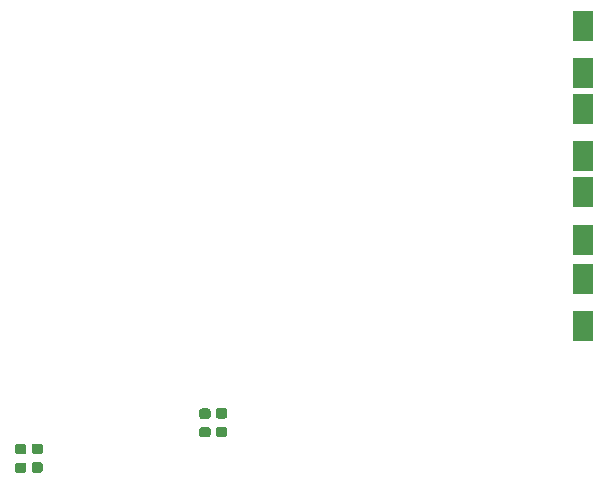
<source format=gbr>
G04 #@! TF.GenerationSoftware,KiCad,Pcbnew,(5.1.0)-1*
G04 #@! TF.CreationDate,2019-05-09T16:46:23+02:00*
G04 #@! TF.ProjectId,Actuator,41637475-6174-46f7-922e-6b696361645f,rev?*
G04 #@! TF.SameCoordinates,Original*
G04 #@! TF.FileFunction,Paste,Bot*
G04 #@! TF.FilePolarity,Positive*
%FSLAX46Y46*%
G04 Gerber Fmt 4.6, Leading zero omitted, Abs format (unit mm)*
G04 Created by KiCad (PCBNEW (5.1.0)-1) date 2019-05-09 16:46:23*
%MOMM*%
%LPD*%
G04 APERTURE LIST*
%ADD10R,1.800000X2.500000*%
%ADD11C,0.100000*%
%ADD12C,0.875000*%
G04 APERTURE END LIST*
D10*
X140400000Y-91800000D03*
X140400000Y-95800000D03*
X140400000Y-77400000D03*
X140400000Y-81400000D03*
X140400000Y-84500000D03*
X140400000Y-88500000D03*
X140400000Y-70400000D03*
X140400000Y-74400000D03*
D11*
G36*
X110077691Y-104338553D02*
G01*
X110098926Y-104341703D01*
X110119750Y-104346919D01*
X110139962Y-104354151D01*
X110159368Y-104363330D01*
X110177781Y-104374366D01*
X110195024Y-104387154D01*
X110210930Y-104401570D01*
X110225346Y-104417476D01*
X110238134Y-104434719D01*
X110249170Y-104453132D01*
X110258349Y-104472538D01*
X110265581Y-104492750D01*
X110270797Y-104513574D01*
X110273947Y-104534809D01*
X110275000Y-104556250D01*
X110275000Y-104993750D01*
X110273947Y-105015191D01*
X110270797Y-105036426D01*
X110265581Y-105057250D01*
X110258349Y-105077462D01*
X110249170Y-105096868D01*
X110238134Y-105115281D01*
X110225346Y-105132524D01*
X110210930Y-105148430D01*
X110195024Y-105162846D01*
X110177781Y-105175634D01*
X110159368Y-105186670D01*
X110139962Y-105195849D01*
X110119750Y-105203081D01*
X110098926Y-105208297D01*
X110077691Y-105211447D01*
X110056250Y-105212500D01*
X109543750Y-105212500D01*
X109522309Y-105211447D01*
X109501074Y-105208297D01*
X109480250Y-105203081D01*
X109460038Y-105195849D01*
X109440632Y-105186670D01*
X109422219Y-105175634D01*
X109404976Y-105162846D01*
X109389070Y-105148430D01*
X109374654Y-105132524D01*
X109361866Y-105115281D01*
X109350830Y-105096868D01*
X109341651Y-105077462D01*
X109334419Y-105057250D01*
X109329203Y-105036426D01*
X109326053Y-105015191D01*
X109325000Y-104993750D01*
X109325000Y-104556250D01*
X109326053Y-104534809D01*
X109329203Y-104513574D01*
X109334419Y-104492750D01*
X109341651Y-104472538D01*
X109350830Y-104453132D01*
X109361866Y-104434719D01*
X109374654Y-104417476D01*
X109389070Y-104401570D01*
X109404976Y-104387154D01*
X109422219Y-104374366D01*
X109440632Y-104363330D01*
X109460038Y-104354151D01*
X109480250Y-104346919D01*
X109501074Y-104341703D01*
X109522309Y-104338553D01*
X109543750Y-104337500D01*
X110056250Y-104337500D01*
X110077691Y-104338553D01*
X110077691Y-104338553D01*
G37*
D12*
X109800000Y-104775000D03*
D11*
G36*
X110077691Y-102763553D02*
G01*
X110098926Y-102766703D01*
X110119750Y-102771919D01*
X110139962Y-102779151D01*
X110159368Y-102788330D01*
X110177781Y-102799366D01*
X110195024Y-102812154D01*
X110210930Y-102826570D01*
X110225346Y-102842476D01*
X110238134Y-102859719D01*
X110249170Y-102878132D01*
X110258349Y-102897538D01*
X110265581Y-102917750D01*
X110270797Y-102938574D01*
X110273947Y-102959809D01*
X110275000Y-102981250D01*
X110275000Y-103418750D01*
X110273947Y-103440191D01*
X110270797Y-103461426D01*
X110265581Y-103482250D01*
X110258349Y-103502462D01*
X110249170Y-103521868D01*
X110238134Y-103540281D01*
X110225346Y-103557524D01*
X110210930Y-103573430D01*
X110195024Y-103587846D01*
X110177781Y-103600634D01*
X110159368Y-103611670D01*
X110139962Y-103620849D01*
X110119750Y-103628081D01*
X110098926Y-103633297D01*
X110077691Y-103636447D01*
X110056250Y-103637500D01*
X109543750Y-103637500D01*
X109522309Y-103636447D01*
X109501074Y-103633297D01*
X109480250Y-103628081D01*
X109460038Y-103620849D01*
X109440632Y-103611670D01*
X109422219Y-103600634D01*
X109404976Y-103587846D01*
X109389070Y-103573430D01*
X109374654Y-103557524D01*
X109361866Y-103540281D01*
X109350830Y-103521868D01*
X109341651Y-103502462D01*
X109334419Y-103482250D01*
X109329203Y-103461426D01*
X109326053Y-103440191D01*
X109325000Y-103418750D01*
X109325000Y-102981250D01*
X109326053Y-102959809D01*
X109329203Y-102938574D01*
X109334419Y-102917750D01*
X109341651Y-102897538D01*
X109350830Y-102878132D01*
X109361866Y-102859719D01*
X109374654Y-102842476D01*
X109389070Y-102826570D01*
X109404976Y-102812154D01*
X109422219Y-102799366D01*
X109440632Y-102788330D01*
X109460038Y-102779151D01*
X109480250Y-102771919D01*
X109501074Y-102766703D01*
X109522309Y-102763553D01*
X109543750Y-102762500D01*
X110056250Y-102762500D01*
X110077691Y-102763553D01*
X110077691Y-102763553D01*
G37*
D12*
X109800000Y-103200000D03*
D11*
G36*
X93077691Y-105788553D02*
G01*
X93098926Y-105791703D01*
X93119750Y-105796919D01*
X93139962Y-105804151D01*
X93159368Y-105813330D01*
X93177781Y-105824366D01*
X93195024Y-105837154D01*
X93210930Y-105851570D01*
X93225346Y-105867476D01*
X93238134Y-105884719D01*
X93249170Y-105903132D01*
X93258349Y-105922538D01*
X93265581Y-105942750D01*
X93270797Y-105963574D01*
X93273947Y-105984809D01*
X93275000Y-106006250D01*
X93275000Y-106443750D01*
X93273947Y-106465191D01*
X93270797Y-106486426D01*
X93265581Y-106507250D01*
X93258349Y-106527462D01*
X93249170Y-106546868D01*
X93238134Y-106565281D01*
X93225346Y-106582524D01*
X93210930Y-106598430D01*
X93195024Y-106612846D01*
X93177781Y-106625634D01*
X93159368Y-106636670D01*
X93139962Y-106645849D01*
X93119750Y-106653081D01*
X93098926Y-106658297D01*
X93077691Y-106661447D01*
X93056250Y-106662500D01*
X92543750Y-106662500D01*
X92522309Y-106661447D01*
X92501074Y-106658297D01*
X92480250Y-106653081D01*
X92460038Y-106645849D01*
X92440632Y-106636670D01*
X92422219Y-106625634D01*
X92404976Y-106612846D01*
X92389070Y-106598430D01*
X92374654Y-106582524D01*
X92361866Y-106565281D01*
X92350830Y-106546868D01*
X92341651Y-106527462D01*
X92334419Y-106507250D01*
X92329203Y-106486426D01*
X92326053Y-106465191D01*
X92325000Y-106443750D01*
X92325000Y-106006250D01*
X92326053Y-105984809D01*
X92329203Y-105963574D01*
X92334419Y-105942750D01*
X92341651Y-105922538D01*
X92350830Y-105903132D01*
X92361866Y-105884719D01*
X92374654Y-105867476D01*
X92389070Y-105851570D01*
X92404976Y-105837154D01*
X92422219Y-105824366D01*
X92440632Y-105813330D01*
X92460038Y-105804151D01*
X92480250Y-105796919D01*
X92501074Y-105791703D01*
X92522309Y-105788553D01*
X92543750Y-105787500D01*
X93056250Y-105787500D01*
X93077691Y-105788553D01*
X93077691Y-105788553D01*
G37*
D12*
X92800000Y-106225000D03*
D11*
G36*
X93077691Y-107363553D02*
G01*
X93098926Y-107366703D01*
X93119750Y-107371919D01*
X93139962Y-107379151D01*
X93159368Y-107388330D01*
X93177781Y-107399366D01*
X93195024Y-107412154D01*
X93210930Y-107426570D01*
X93225346Y-107442476D01*
X93238134Y-107459719D01*
X93249170Y-107478132D01*
X93258349Y-107497538D01*
X93265581Y-107517750D01*
X93270797Y-107538574D01*
X93273947Y-107559809D01*
X93275000Y-107581250D01*
X93275000Y-108018750D01*
X93273947Y-108040191D01*
X93270797Y-108061426D01*
X93265581Y-108082250D01*
X93258349Y-108102462D01*
X93249170Y-108121868D01*
X93238134Y-108140281D01*
X93225346Y-108157524D01*
X93210930Y-108173430D01*
X93195024Y-108187846D01*
X93177781Y-108200634D01*
X93159368Y-108211670D01*
X93139962Y-108220849D01*
X93119750Y-108228081D01*
X93098926Y-108233297D01*
X93077691Y-108236447D01*
X93056250Y-108237500D01*
X92543750Y-108237500D01*
X92522309Y-108236447D01*
X92501074Y-108233297D01*
X92480250Y-108228081D01*
X92460038Y-108220849D01*
X92440632Y-108211670D01*
X92422219Y-108200634D01*
X92404976Y-108187846D01*
X92389070Y-108173430D01*
X92374654Y-108157524D01*
X92361866Y-108140281D01*
X92350830Y-108121868D01*
X92341651Y-108102462D01*
X92334419Y-108082250D01*
X92329203Y-108061426D01*
X92326053Y-108040191D01*
X92325000Y-108018750D01*
X92325000Y-107581250D01*
X92326053Y-107559809D01*
X92329203Y-107538574D01*
X92334419Y-107517750D01*
X92341651Y-107497538D01*
X92350830Y-107478132D01*
X92361866Y-107459719D01*
X92374654Y-107442476D01*
X92389070Y-107426570D01*
X92404976Y-107412154D01*
X92422219Y-107399366D01*
X92440632Y-107388330D01*
X92460038Y-107379151D01*
X92480250Y-107371919D01*
X92501074Y-107366703D01*
X92522309Y-107363553D01*
X92543750Y-107362500D01*
X93056250Y-107362500D01*
X93077691Y-107363553D01*
X93077691Y-107363553D01*
G37*
D12*
X92800000Y-107800000D03*
D11*
G36*
X108677691Y-102788553D02*
G01*
X108698926Y-102791703D01*
X108719750Y-102796919D01*
X108739962Y-102804151D01*
X108759368Y-102813330D01*
X108777781Y-102824366D01*
X108795024Y-102837154D01*
X108810930Y-102851570D01*
X108825346Y-102867476D01*
X108838134Y-102884719D01*
X108849170Y-102903132D01*
X108858349Y-102922538D01*
X108865581Y-102942750D01*
X108870797Y-102963574D01*
X108873947Y-102984809D01*
X108875000Y-103006250D01*
X108875000Y-103443750D01*
X108873947Y-103465191D01*
X108870797Y-103486426D01*
X108865581Y-103507250D01*
X108858349Y-103527462D01*
X108849170Y-103546868D01*
X108838134Y-103565281D01*
X108825346Y-103582524D01*
X108810930Y-103598430D01*
X108795024Y-103612846D01*
X108777781Y-103625634D01*
X108759368Y-103636670D01*
X108739962Y-103645849D01*
X108719750Y-103653081D01*
X108698926Y-103658297D01*
X108677691Y-103661447D01*
X108656250Y-103662500D01*
X108143750Y-103662500D01*
X108122309Y-103661447D01*
X108101074Y-103658297D01*
X108080250Y-103653081D01*
X108060038Y-103645849D01*
X108040632Y-103636670D01*
X108022219Y-103625634D01*
X108004976Y-103612846D01*
X107989070Y-103598430D01*
X107974654Y-103582524D01*
X107961866Y-103565281D01*
X107950830Y-103546868D01*
X107941651Y-103527462D01*
X107934419Y-103507250D01*
X107929203Y-103486426D01*
X107926053Y-103465191D01*
X107925000Y-103443750D01*
X107925000Y-103006250D01*
X107926053Y-102984809D01*
X107929203Y-102963574D01*
X107934419Y-102942750D01*
X107941651Y-102922538D01*
X107950830Y-102903132D01*
X107961866Y-102884719D01*
X107974654Y-102867476D01*
X107989070Y-102851570D01*
X108004976Y-102837154D01*
X108022219Y-102824366D01*
X108040632Y-102813330D01*
X108060038Y-102804151D01*
X108080250Y-102796919D01*
X108101074Y-102791703D01*
X108122309Y-102788553D01*
X108143750Y-102787500D01*
X108656250Y-102787500D01*
X108677691Y-102788553D01*
X108677691Y-102788553D01*
G37*
D12*
X108400000Y-103225000D03*
D11*
G36*
X108677691Y-104363553D02*
G01*
X108698926Y-104366703D01*
X108719750Y-104371919D01*
X108739962Y-104379151D01*
X108759368Y-104388330D01*
X108777781Y-104399366D01*
X108795024Y-104412154D01*
X108810930Y-104426570D01*
X108825346Y-104442476D01*
X108838134Y-104459719D01*
X108849170Y-104478132D01*
X108858349Y-104497538D01*
X108865581Y-104517750D01*
X108870797Y-104538574D01*
X108873947Y-104559809D01*
X108875000Y-104581250D01*
X108875000Y-105018750D01*
X108873947Y-105040191D01*
X108870797Y-105061426D01*
X108865581Y-105082250D01*
X108858349Y-105102462D01*
X108849170Y-105121868D01*
X108838134Y-105140281D01*
X108825346Y-105157524D01*
X108810930Y-105173430D01*
X108795024Y-105187846D01*
X108777781Y-105200634D01*
X108759368Y-105211670D01*
X108739962Y-105220849D01*
X108719750Y-105228081D01*
X108698926Y-105233297D01*
X108677691Y-105236447D01*
X108656250Y-105237500D01*
X108143750Y-105237500D01*
X108122309Y-105236447D01*
X108101074Y-105233297D01*
X108080250Y-105228081D01*
X108060038Y-105220849D01*
X108040632Y-105211670D01*
X108022219Y-105200634D01*
X108004976Y-105187846D01*
X107989070Y-105173430D01*
X107974654Y-105157524D01*
X107961866Y-105140281D01*
X107950830Y-105121868D01*
X107941651Y-105102462D01*
X107934419Y-105082250D01*
X107929203Y-105061426D01*
X107926053Y-105040191D01*
X107925000Y-105018750D01*
X107925000Y-104581250D01*
X107926053Y-104559809D01*
X107929203Y-104538574D01*
X107934419Y-104517750D01*
X107941651Y-104497538D01*
X107950830Y-104478132D01*
X107961866Y-104459719D01*
X107974654Y-104442476D01*
X107989070Y-104426570D01*
X108004976Y-104412154D01*
X108022219Y-104399366D01*
X108040632Y-104388330D01*
X108060038Y-104379151D01*
X108080250Y-104371919D01*
X108101074Y-104366703D01*
X108122309Y-104363553D01*
X108143750Y-104362500D01*
X108656250Y-104362500D01*
X108677691Y-104363553D01*
X108677691Y-104363553D01*
G37*
D12*
X108400000Y-104800000D03*
D11*
G36*
X94477691Y-107338553D02*
G01*
X94498926Y-107341703D01*
X94519750Y-107346919D01*
X94539962Y-107354151D01*
X94559368Y-107363330D01*
X94577781Y-107374366D01*
X94595024Y-107387154D01*
X94610930Y-107401570D01*
X94625346Y-107417476D01*
X94638134Y-107434719D01*
X94649170Y-107453132D01*
X94658349Y-107472538D01*
X94665581Y-107492750D01*
X94670797Y-107513574D01*
X94673947Y-107534809D01*
X94675000Y-107556250D01*
X94675000Y-107993750D01*
X94673947Y-108015191D01*
X94670797Y-108036426D01*
X94665581Y-108057250D01*
X94658349Y-108077462D01*
X94649170Y-108096868D01*
X94638134Y-108115281D01*
X94625346Y-108132524D01*
X94610930Y-108148430D01*
X94595024Y-108162846D01*
X94577781Y-108175634D01*
X94559368Y-108186670D01*
X94539962Y-108195849D01*
X94519750Y-108203081D01*
X94498926Y-108208297D01*
X94477691Y-108211447D01*
X94456250Y-108212500D01*
X93943750Y-108212500D01*
X93922309Y-108211447D01*
X93901074Y-108208297D01*
X93880250Y-108203081D01*
X93860038Y-108195849D01*
X93840632Y-108186670D01*
X93822219Y-108175634D01*
X93804976Y-108162846D01*
X93789070Y-108148430D01*
X93774654Y-108132524D01*
X93761866Y-108115281D01*
X93750830Y-108096868D01*
X93741651Y-108077462D01*
X93734419Y-108057250D01*
X93729203Y-108036426D01*
X93726053Y-108015191D01*
X93725000Y-107993750D01*
X93725000Y-107556250D01*
X93726053Y-107534809D01*
X93729203Y-107513574D01*
X93734419Y-107492750D01*
X93741651Y-107472538D01*
X93750830Y-107453132D01*
X93761866Y-107434719D01*
X93774654Y-107417476D01*
X93789070Y-107401570D01*
X93804976Y-107387154D01*
X93822219Y-107374366D01*
X93840632Y-107363330D01*
X93860038Y-107354151D01*
X93880250Y-107346919D01*
X93901074Y-107341703D01*
X93922309Y-107338553D01*
X93943750Y-107337500D01*
X94456250Y-107337500D01*
X94477691Y-107338553D01*
X94477691Y-107338553D01*
G37*
D12*
X94200000Y-107775000D03*
D11*
G36*
X94477691Y-105763553D02*
G01*
X94498926Y-105766703D01*
X94519750Y-105771919D01*
X94539962Y-105779151D01*
X94559368Y-105788330D01*
X94577781Y-105799366D01*
X94595024Y-105812154D01*
X94610930Y-105826570D01*
X94625346Y-105842476D01*
X94638134Y-105859719D01*
X94649170Y-105878132D01*
X94658349Y-105897538D01*
X94665581Y-105917750D01*
X94670797Y-105938574D01*
X94673947Y-105959809D01*
X94675000Y-105981250D01*
X94675000Y-106418750D01*
X94673947Y-106440191D01*
X94670797Y-106461426D01*
X94665581Y-106482250D01*
X94658349Y-106502462D01*
X94649170Y-106521868D01*
X94638134Y-106540281D01*
X94625346Y-106557524D01*
X94610930Y-106573430D01*
X94595024Y-106587846D01*
X94577781Y-106600634D01*
X94559368Y-106611670D01*
X94539962Y-106620849D01*
X94519750Y-106628081D01*
X94498926Y-106633297D01*
X94477691Y-106636447D01*
X94456250Y-106637500D01*
X93943750Y-106637500D01*
X93922309Y-106636447D01*
X93901074Y-106633297D01*
X93880250Y-106628081D01*
X93860038Y-106620849D01*
X93840632Y-106611670D01*
X93822219Y-106600634D01*
X93804976Y-106587846D01*
X93789070Y-106573430D01*
X93774654Y-106557524D01*
X93761866Y-106540281D01*
X93750830Y-106521868D01*
X93741651Y-106502462D01*
X93734419Y-106482250D01*
X93729203Y-106461426D01*
X93726053Y-106440191D01*
X93725000Y-106418750D01*
X93725000Y-105981250D01*
X93726053Y-105959809D01*
X93729203Y-105938574D01*
X93734419Y-105917750D01*
X93741651Y-105897538D01*
X93750830Y-105878132D01*
X93761866Y-105859719D01*
X93774654Y-105842476D01*
X93789070Y-105826570D01*
X93804976Y-105812154D01*
X93822219Y-105799366D01*
X93840632Y-105788330D01*
X93860038Y-105779151D01*
X93880250Y-105771919D01*
X93901074Y-105766703D01*
X93922309Y-105763553D01*
X93943750Y-105762500D01*
X94456250Y-105762500D01*
X94477691Y-105763553D01*
X94477691Y-105763553D01*
G37*
D12*
X94200000Y-106200000D03*
M02*

</source>
